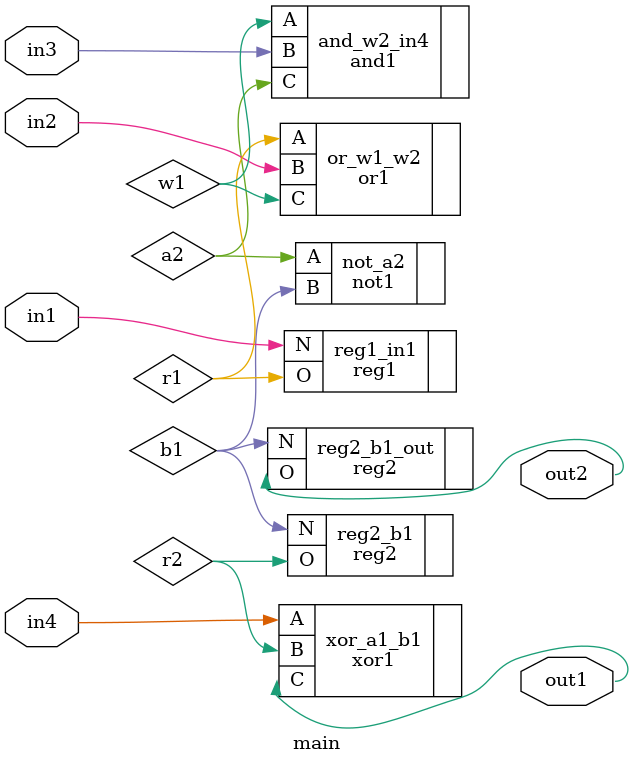
<source format=v>
module main (in1, in2, in3, in4, out1, out2);
	input in1;
	input in2;
	input in3;
	input in4;
	output out1;
	output out2;
	
	wire w1, a1, a2, b1, r1, r2;
	reg1 reg1_in1 ( .N(in1), .O(r1));
	or1 or_w1_w2 ( .A(r1), .B(in2), .C(w1));
	and1 and_w2_in4 ( .A(w1), .B(in3), .C(a2));
	not1 not_a2 ( .A(a2), .B(b1));
	reg2 reg2_b1 ( .N(b1), .O(r2));
	xor1 xor_a1_b1 ( .A(in4), .B(r2), .C(out1));
	reg2 reg2_b1_out ( .N(b1), .O(out2));
endmodule
</source>
